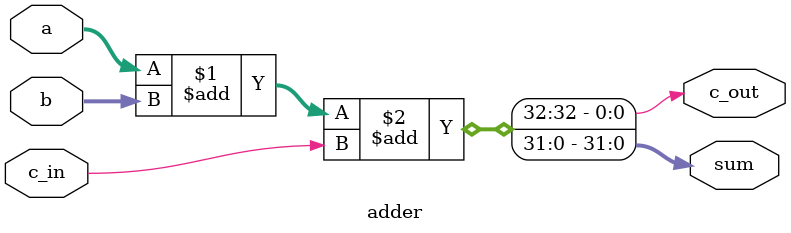
<source format=v>
module adder(
    input [31:0] a,
    input [31:0] b,
    input c_in,
    output [31:0] sum,
    output c_out
);
    assign {c_out, sum} = a + b + c_in;
endmodule

</source>
